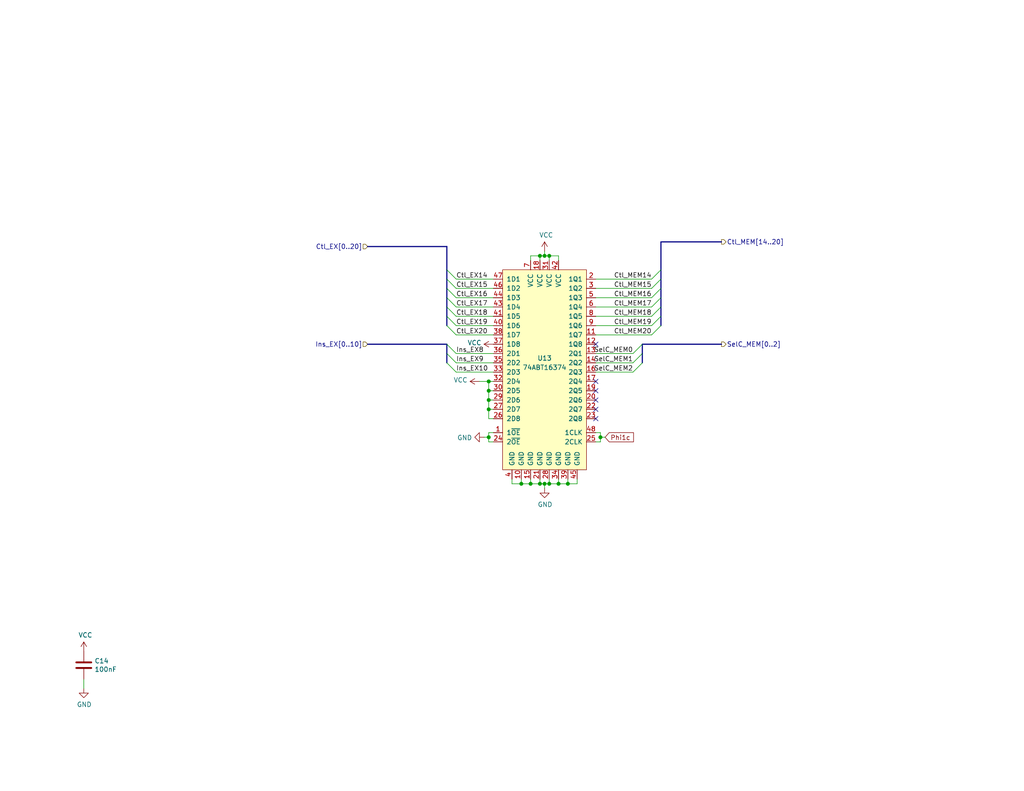
<source format=kicad_sch>
(kicad_sch (version 20211123) (generator eeschema)
  (paper "USLetter")
  (title_block (title "EX/MEM: Control Word Register") (date "2022-04-12") (rev "A"))
  (lib_symbols
    (symbol "74xx (kicad5):74ABT16374" (pin_names (offset 1.016))
      (property "Reference" "U" (at 0 1.27 0))
      (property "Value" "74ABT16374" (at 0 -1.27 0))
      (symbol "74ABT16374_0_0"
        (pin input line (at -13.97 -20.32 0) (length 2.54) (name "1~{OE}") (number "1"))
        (pin power_in line (at -6.35 -33.02 90) (length 2.54) (name "GND") (number "10"))
        (pin tri_state line (at 13.97 6.35 180) (length 2.54) (name "1Q7") (number "11"))
        (pin tri_state line (at 13.97 3.81 180) (length 2.54) (name "1Q8") (number "12"))
        (pin tri_state line (at 13.97 1.27 180) (length 2.54) (name "2Q1") (number "13"))
        (pin tri_state line (at 13.97 -1.27 180) (length 2.54) (name "2Q2") (number "14"))
        (pin power_in line (at -3.81 -33.02 90) (length 2.54) (name "GND") (number "15"))
        (pin tri_state line (at 13.97 -3.81 180) (length 2.54) (name "2Q3") (number "16"))
        (pin tri_state line (at 13.97 -6.35 180) (length 2.54) (name "2Q4") (number "17"))
        (pin power_in line (at -1.27 26.67 270) (length 2.54) (name "VCC") (number "18"))
        (pin tri_state line (at 13.97 -8.89 180) (length 2.54) (name "2Q5") (number "19"))
        (pin tri_state line (at 13.97 21.59 180) (length 2.54) (name "1Q1") (number "2"))
        (pin tri_state line (at 13.97 -11.43 180) (length 2.54) (name "2Q6") (number "20"))
        (pin power_in line (at -1.27 -33.02 90) (length 2.54) (name "GND") (number "21"))
        (pin tri_state line (at 13.97 -13.97 180) (length 2.54) (name "2Q7") (number "22"))
        (pin tri_state line (at 13.97 -16.51 180) (length 2.54) (name "2Q8") (number "23"))
        (pin input line (at -13.97 -22.86 0) (length 2.54) (name "2~{OE}") (number "24"))
        (pin input line (at 13.97 -22.86 180) (length 2.54) (name "2CLK") (number "25"))
        (pin input line (at -13.97 -16.51 0) (length 2.54) (name "2D8") (number "26"))
        (pin input line (at -13.97 -13.97 0) (length 2.54) (name "2D7") (number "27"))
        (pin power_in line (at 1.27 -33.02 90) (length 2.54) (name "GND") (number "28"))
        (pin input line (at -13.97 -11.43 0) (length 2.54) (name "2D6") (number "29"))
        (pin tri_state line (at 13.97 19.05 180) (length 2.54) (name "1Q2") (number "3"))
        (pin input line (at -13.97 -8.89 0) (length 2.54) (name "2D5") (number "30"))
        (pin power_in line (at 1.27 26.67 270) (length 2.54) (name "VCC") (number "31"))
        (pin input line (at -13.97 -6.35 0) (length 2.54) (name "2D4") (number "32"))
        (pin input line (at -13.97 -3.81 0) (length 2.54) (name "2D3") (number "33"))
        (pin power_in line (at 3.81 -33.02 90) (length 2.54) (name "GND") (number "34"))
        (pin input line (at -13.97 -1.27 0) (length 2.54) (name "2D2") (number "35"))
        (pin input line (at -13.97 1.27 0) (length 2.54) (name "2D1") (number "36"))
        (pin input line (at -13.97 3.81 0) (length 2.54) (name "1D8") (number "37"))
        (pin input line (at -13.97 6.35 0) (length 2.54) (name "1D7") (number "38"))
        (pin power_in line (at 6.35 -33.02 90) (length 2.54) (name "GND") (number "39"))
        (pin power_in line (at -8.89 -33.02 90) (length 2.54) (name "GND") (number "4"))
        (pin input line (at -13.97 8.89 0) (length 2.54) (name "1D6") (number "40"))
        (pin input line (at -13.97 11.43 0) (length 2.54) (name "1D5") (number "41"))
        (pin power_in line (at 3.81 26.67 270) (length 2.54) (name "VCC") (number "42"))
        (pin input line (at -13.97 13.97 0) (length 2.54) (name "1D4") (number "43"))
        (pin input line (at -13.97 16.51 0) (length 2.54) (name "1D3") (number "44"))
        (pin power_in line (at 8.89 -33.02 90) (length 2.54) (name "GND") (number "45"))
        (pin input line (at -13.97 19.05 0) (length 2.54) (name "1D2") (number "46"))
        (pin input line (at -13.97 21.59 0) (length 2.54) (name "1D1") (number "47"))
        (pin input line (at 13.97 -20.32 180) (length 2.54) (name "1CLK") (number "48"))
        (pin tri_state line (at 13.97 16.51 180) (length 2.54) (name "1Q3") (number "5"))
        (pin tri_state line (at 13.97 13.97 180) (length 2.54) (name "1Q4") (number "6"))
        (pin power_in line (at -3.81 26.67 270) (length 2.54) (name "VCC") (number "7"))
        (pin tri_state line (at 13.97 11.43 180) (length 2.54) (name "1Q5") (number "8"))
        (pin tri_state line (at 13.97 8.89 180) (length 2.54) (name "1Q6") (number "9"))
      )
      (symbol "74ABT16374_0_1"
        (rectangle (start -11.43 24.13) (end 11.43 -30.48) (fill (type background)))
      )
    )
    (symbol "Device:C" (pin_numbers hide) (pin_names (offset 0.254))
      (property "Reference" "C" (at 0.635 2.54 0))
      (property "Value" "C" (at 0.635 -2.54 0))
      (symbol "C_0_1"
        (polyline (pts (xy -2.032 -0.762) (xy 2.032 -0.762)) (stroke (width 0.508)))
        (polyline (pts (xy -2.032 0.762) (xy 2.032 0.762)) (stroke (width 0.508)))
      )
      (symbol "C_1_1"
        (pin passive line (at 0 3.81 270) (length 2.794) (name "~") (number "1"))
        (pin passive line (at 0 -3.81 90) (length 2.794) (name "~") (number "2"))
      )
    )
    (symbol "power:GND" (power) (pin_names (offset 0))
      (property "Value" "GND" (at 0 -3.81 0))
      (symbol "GND_0_1"
        (polyline (pts (xy 0 0) (xy 0 -1.27) (xy 1.27 -1.27) (xy 0 -2.54) (xy -1.27 -1.27) (xy 0 -1.27)))
      )
      (symbol "GND_1_1"
        (pin power_in line (at 0 0 270) (length 0) hide (name "GND") (number "1"))
      )
    )
    (symbol "power:VCC" (power) (pin_names (offset 0))
      (property "Value" "VCC" (at 0 3.81 0))
      (symbol "VCC_0_1"
        (polyline (pts (xy -0.762 1.27) (xy 0 2.54)))
        (polyline (pts (xy 0 0) (xy 0 2.54)))
        (polyline (pts (xy 0 2.54) (xy 0.762 1.27)))
      )
      (symbol "VCC_1_1"
        (pin power_in line (at 0 0 90) (length 0) hide (name "VCC") (number "1"))
      )
    )
  )
  (junction (at 133.35 106.68))
  (junction (at 133.35 111.76))
  (junction (at 144.78 132.08))
  (junction (at 133.35 119.38))
  (junction (at 152.4 132.08))
  (junction (at 148.59 69.85))
  (junction (at 149.86 132.08))
  (junction (at 149.86 69.85))
  (junction (at 133.35 104.14))
  (junction (at 163.83 119.38))
  (junction (at 147.32 69.85))
  (junction (at 148.59 132.08))
  (junction (at 133.35 109.22))
  (junction (at 147.32 132.08))
  (junction (at 142.24 132.08))
  (junction (at 154.94 132.08))
  (no_connect (at 162.56 104.14))
  (no_connect (at 162.56 109.22))
  (no_connect (at 162.56 111.76))
  (no_connect (at 162.56 93.98))
  (no_connect (at 162.56 106.68))
  (no_connect (at 162.56 114.3))
  (bus_entry (at 180.34 73.66) (size -2.54 2.54))
  (bus_entry (at 180.34 78.74) (size -2.54 2.54))
  (bus_entry (at 121.92 83.82) (size 2.54 2.54))
  (bus_entry (at 180.34 86.36) (size -2.54 2.54))
  (bus_entry (at 175.26 96.52) (size -2.54 2.54))
  (bus_entry (at 121.92 93.98) (size 2.54 2.54))
  (bus_entry (at 180.34 88.9) (size -2.54 2.54))
  (bus_entry (at 121.92 73.66) (size 2.54 2.54))
  (bus_entry (at 121.92 99.06) (size 2.54 2.54))
  (bus_entry (at 180.34 81.28) (size -2.54 2.54))
  (bus_entry (at 175.26 93.98) (size -2.54 2.54))
  (bus_entry (at 121.92 86.36) (size 2.54 2.54))
  (bus_entry (at 180.34 76.2) (size -2.54 2.54))
  (bus_entry (at 121.92 96.52) (size 2.54 2.54))
  (bus_entry (at 121.92 78.74) (size 2.54 2.54))
  (bus_entry (at 121.92 88.9) (size 2.54 2.54))
  (bus_entry (at 180.34 83.82) (size -2.54 2.54))
  (bus_entry (at 175.26 99.06) (size -2.54 2.54))
  (bus_entry (at 121.92 81.28) (size 2.54 2.54))
  (bus_entry (at 121.92 76.2) (size 2.54 2.54))
  (bus (pts (xy 100.33 93.98) (xy 121.92 93.98)))
  (wire (pts (xy 124.46 81.28) (xy 134.62 81.28)))
  (wire (pts (xy 134.62 111.76) (xy 133.35 111.76)))
  (bus (pts (xy 100.33 67.31) (xy 121.92 67.31)))
  (wire (pts (xy 142.24 130.81) (xy 142.24 132.08)))
  (wire (pts (xy 133.35 109.22) (xy 133.35 111.76)))
  (wire (pts (xy 149.86 130.81) (xy 149.86 132.08)))
  (wire (pts (xy 148.59 132.08) (xy 148.59 133.35)))
  (bus (pts (xy 121.92 78.74) (xy 121.92 81.28)))
  (bus (pts (xy 180.34 83.82) (xy 180.34 86.36)))
  (bus (pts (xy 121.92 81.28) (xy 121.92 83.82)))
  (wire (pts (xy 133.35 111.76) (xy 133.35 114.3)))
  (bus (pts (xy 121.92 76.2) (xy 121.92 78.74)))
  (bus (pts (xy 180.34 81.28) (xy 180.34 83.82)))
  (wire (pts (xy 177.8 86.36) (xy 162.56 86.36)))
  (bus (pts (xy 121.92 96.52) (xy 121.92 99.06)))
  (wire (pts (xy 147.32 132.08) (xy 148.59 132.08)))
  (wire (pts (xy 124.46 96.52) (xy 134.62 96.52)))
  (wire (pts (xy 149.86 71.12) (xy 149.86 69.85)))
  (bus (pts (xy 180.34 86.36) (xy 180.34 88.9)))
  (wire (pts (xy 163.83 120.65) (xy 162.56 120.65)))
  (bus (pts (xy 196.85 66.04) (xy 180.34 66.04)))
  (wire (pts (xy 133.35 120.65) (xy 134.62 120.65)))
  (wire (pts (xy 177.8 91.44) (xy 162.56 91.44)))
  (wire (pts (xy 147.32 69.85) (xy 148.59 69.85)))
  (wire (pts (xy 154.94 132.08) (xy 157.48 132.08)))
  (wire (pts (xy 177.8 81.28) (xy 162.56 81.28)))
  (wire (pts (xy 134.62 118.11) (xy 133.35 118.11)))
  (wire (pts (xy 149.86 69.85) (xy 152.4 69.85)))
  (wire (pts (xy 177.8 78.74) (xy 162.56 78.74)))
  (wire (pts (xy 172.72 101.6) (xy 162.56 101.6)))
  (wire (pts (xy 152.4 69.85) (xy 152.4 71.12)))
  (wire (pts (xy 172.72 96.52) (xy 162.56 96.52)))
  (wire (pts (xy 148.59 132.08) (xy 149.86 132.08)))
  (wire (pts (xy 148.59 69.85) (xy 149.86 69.85)))
  (wire (pts (xy 147.32 71.12) (xy 147.32 69.85)))
  (bus (pts (xy 121.92 73.66) (xy 121.92 76.2)))
  (wire (pts (xy 133.35 119.38) (xy 132.08 119.38)))
  (wire (pts (xy 130.81 104.14) (xy 133.35 104.14)))
  (bus (pts (xy 180.34 73.66) (xy 180.34 76.2)))
  (wire (pts (xy 177.8 76.2) (xy 162.56 76.2)))
  (bus (pts (xy 121.92 83.82) (xy 121.92 86.36)))
  (wire (pts (xy 148.59 68.58) (xy 148.59 69.85)))
  (wire (pts (xy 144.78 130.81) (xy 144.78 132.08)))
  (bus (pts (xy 180.34 66.04) (xy 180.34 73.66)))
  (wire (pts (xy 133.35 119.38) (xy 133.35 120.65)))
  (wire (pts (xy 124.46 88.9) (xy 134.62 88.9)))
  (wire (pts (xy 163.83 119.38) (xy 163.83 120.65)))
  (wire (pts (xy 124.46 78.74) (xy 134.62 78.74)))
  (wire (pts (xy 149.86 132.08) (xy 152.4 132.08)))
  (wire (pts (xy 133.35 104.14) (xy 133.35 106.68)))
  (wire (pts (xy 139.7 132.08) (xy 142.24 132.08)))
  (wire (pts (xy 163.83 118.11) (xy 163.83 119.38)))
  (wire (pts (xy 139.7 130.81) (xy 139.7 132.08)))
  (wire (pts (xy 133.35 114.3) (xy 134.62 114.3)))
  (wire (pts (xy 154.94 130.81) (xy 154.94 132.08)))
  (wire (pts (xy 147.32 130.81) (xy 147.32 132.08)))
  (wire (pts (xy 157.48 132.08) (xy 157.48 130.81)))
  (bus (pts (xy 196.85 93.98) (xy 175.26 93.98)))
  (bus (pts (xy 175.26 96.52) (xy 175.26 99.06)))
  (wire (pts (xy 144.78 71.12) (xy 144.78 69.85)))
  (wire (pts (xy 124.46 101.6) (xy 134.62 101.6)))
  (wire (pts (xy 162.56 118.11) (xy 163.83 118.11)))
  (wire (pts (xy 134.62 104.14) (xy 133.35 104.14)))
  (wire (pts (xy 124.46 91.44) (xy 134.62 91.44)))
  (bus (pts (xy 121.92 93.98) (xy 121.92 96.52)))
  (wire (pts (xy 144.78 132.08) (xy 147.32 132.08)))
  (wire (pts (xy 124.46 76.2) (xy 134.62 76.2)))
  (wire (pts (xy 133.35 106.68) (xy 133.35 109.22)))
  (wire (pts (xy 163.83 119.38) (xy 165.1 119.38)))
  (bus (pts (xy 180.34 76.2) (xy 180.34 78.74)))
  (wire (pts (xy 177.8 83.82) (xy 162.56 83.82)))
  (bus (pts (xy 121.92 67.31) (xy 121.92 73.66)))
  (wire (pts (xy 134.62 106.68) (xy 133.35 106.68)))
  (wire (pts (xy 134.62 109.22) (xy 133.35 109.22)))
  (bus (pts (xy 180.34 78.74) (xy 180.34 81.28)))
  (wire (pts (xy 152.4 132.08) (xy 154.94 132.08)))
  (wire (pts (xy 152.4 130.81) (xy 152.4 132.08)))
  (wire (pts (xy 172.72 99.06) (xy 162.56 99.06)))
  (wire (pts (xy 124.46 99.06) (xy 134.62 99.06)))
  (wire (pts (xy 133.35 118.11) (xy 133.35 119.38)))
  (wire (pts (xy 142.24 132.08) (xy 144.78 132.08)))
  (wire (pts (xy 177.8 88.9) (xy 162.56 88.9)))
  (bus (pts (xy 121.92 86.36) (xy 121.92 88.9)))
  (wire (pts (xy 124.46 86.36) (xy 134.62 86.36)))
  (bus (pts (xy 175.26 93.98) (xy 175.26 96.52)))
  (wire (pts (xy 124.46 83.82) (xy 134.62 83.82)))
  (wire (pts (xy 144.78 69.85) (xy 147.32 69.85)))
  (wire (pts (xy 22.86 187.96) (xy 22.86 185.42)))
  (label "Ctl_EX19" (at 124.46 88.9 0))
  (label "Ins_EX8" (at 124.46 96.52 0))
  (label "Ctl_MEM15" (at 177.8 78.74 180))
  (label "Ctl_EX17" (at 124.46 83.82 0))
  (label "Ctl_EX18" (at 124.46 86.36 0))
  (label "Ctl_MEM14" (at 177.8 76.2 180))
  (label "Ctl_MEM19" (at 177.8 88.9 180))
  (label "SelC_MEM1" (at 172.72 99.06 180))
  (label "Ins_EX9" (at 124.46 99.06 0))
  (label "Ctl_EX15" (at 124.46 78.74 0))
  (label "Ctl_EX20" (at 124.46 91.44 0))
  (label "SelC_MEM0" (at 172.72 96.52 180))
  (label "SelC_MEM2" (at 172.72 101.6 180))
  (label "Ctl_MEM17" (at 177.8 83.82 180))
  (label "Ctl_MEM18" (at 177.8 86.36 180))
  (label "Ctl_EX14" (at 124.46 76.2 0))
  (label "Ctl_EX16" (at 124.46 81.28 0))
  (label "Ctl_MEM16" (at 177.8 81.28 180))
  (label "Ins_EX10" (at 124.46 101.6 0))
  (label "Ctl_MEM20" (at 177.8 91.44 180))
  (global_label "Phi1c" (shape input) (at 165.1 119.38 0) (property "Intersheet References" "${INTERSHEET_REFS}" (effects hide)))
  (hierarchical_label "Ctl_MEM[14..20]" (shape output) (at 196.85 66.04 0))
  (hierarchical_label "Ins_EX[0..10]" (shape input) (at 100.33 93.98 180))
  (hierarchical_label "Ctl_EX[0..20]" (shape input) (at 100.33 67.31 180))
  (hierarchical_label "SelC_MEM[0..2]" (shape output) (at 196.85 93.98 0))
  (symbol (lib_id "power:VCC") (at 130.81 104.14 90) (unit 1)
    (property "Reference" "#PWR071" (effects hide))
    (property "Value" "VCC" (at 127.5842 103.759 90) (effects (justify left)))
  )
  (symbol (lib_id "power:VCC") (at 134.62 93.98 90) (unit 1)
    (property "Reference" "#PWR073" (effects hide))
    (property "Value" "VCC" (at 131.3942 93.599 90) (effects (justify left)))
  )
  (symbol (lib_id "Device:C") (at 22.86 181.61 0) (unit 1)
    (property "Reference" "C14" (at 25.781 180.4416 0) (effects (justify left)))
    (property "Value" "100nF" (at 25.781 182.753 0) (effects (justify left)))
    (property "Footprint" "Capacitor_SMD:C_0603_1608Metric_Pad1.08x0.95mm_HandSolder" (effects hide))
    (property "Mouser" "https://www.mouser.com/ProductDetail/963-EMK107B7104KAHT" (effects hide))
  )
  (symbol (lib_id "power:VCC") (at 22.86 177.8 0) (unit 1)
    (property "Reference" "#PWR069" (effects hide))
    (property "Value" "VCC" (at 23.2918 173.4058 0))
  )
  (symbol (lib_id "power:GND") (at 22.86 187.96 0) (unit 1)
    (property "Reference" "#PWR070" (effects hide))
    (property "Value" "GND" (at 22.987 192.3542 0))
  )
  (symbol (lib_id "power:GND") (at 132.08 119.38 270) (unit 1)
    (property "Reference" "#PWR072" (effects hide))
    (property "Value" "GND" (at 128.8288 119.507 90) (effects (justify right)))
  )
  (symbol (lib_id "power:VCC") (at 148.59 68.58 0) (unit 1)
    (property "Reference" "#PWR074" (effects hide))
    (property "Value" "VCC" (at 149.0218 64.1858 0))
  )
  (symbol (lib_id "power:GND") (at 148.59 133.35 0) (unit 1)
    (property "Reference" "#PWR075" (effects hide))
    (property "Value" "GND" (at 148.717 137.7442 0))
  )
  (symbol (lib_id "74xx (kicad5):74ABT16374") (at 148.59 97.79 0) (unit 1)
    (property "Reference" "U13" (at 148.59 97.79 0))
    (property "Value" "74ABT16374" (at 148.59 100.33 0))
    (property "Footprint" "Package_SO:TSSOP-48_6.1x12.5mm_P0.5mm" (effects hide))
    (property "Datasheet" "https://www.ti.com/lit/ds/symlink/sn74abt16374a.pdf?HQS=dis-mous-null-mousermode-dsf-pf-null-wwe&ts=1617318801237" (effects hide))
    (property "Mouser" "https://www.mouser.com/ProductDetail/Texas-Instruments/SN74ABT16374ADGGR?qs=%2Fha2pyFadui8Wf%2F61v2joCyY9bOa3peBR5btn0VUHs8%3D" (effects hide))
  )
)
</source>
